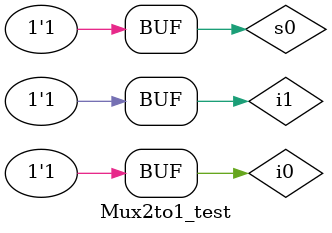
<source format=v>
`timescale 1ns / 1ps


module Mux2to1_test;

	// Inputs
	reg s0;
	reg i0;
	reg i1;

	// Outputs
	wire y;

	// Instantiate the Unit Under Test (UUT)
	Mux2to1_19100178 uut (
		.s0(s0), 
		.i0(i0), 
		.i1(i1), 
		.y(y)
	);

	initial begin
		// Initialize Inputs
		s0 = 0;
		i0 = 0;
		i1 = 0;

		// Wait 100 ns for global reset to finish
		#100;
        
		// Add stimulus here
		s0 = 1;
		i0 = 0;
		i1 = 1;
		#100;
		
		s0 = 1;
		i0 = 1;
		i1 = 1;
		#100;

	end
      
endmodule


</source>
